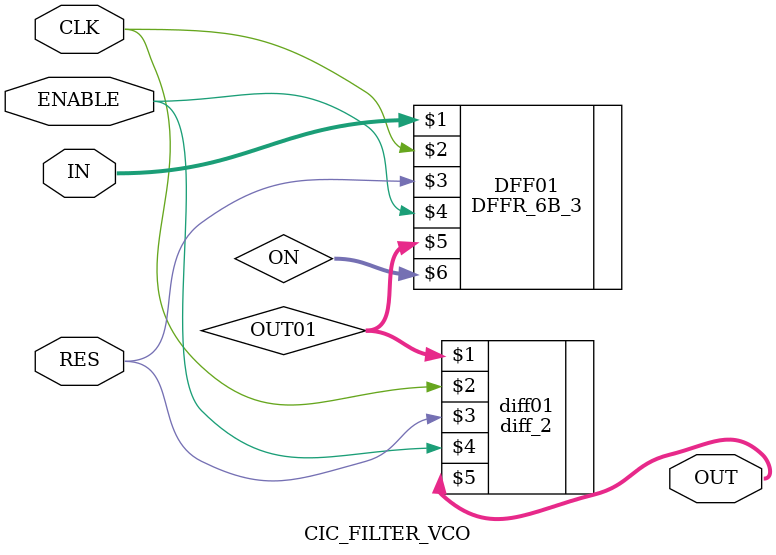
<source format=v>
module CIC_FILTER_VCO(IN, CLK, RES, ENABLE, OUT);

	parameter BW = 5;

	input  [BW:0] IN;
	input CLK, RES, ENABLE;
	output [BW-1:0] OUT;
	wire [BW:0] OUT01, ON;

	DFFR_6B_3 DFF01(IN, CLK, RES, ENABLE, OUT01, ON);
	diff_2 diff01(OUT01, CLK, RES, ENABLE, OUT);

endmodule

</source>
